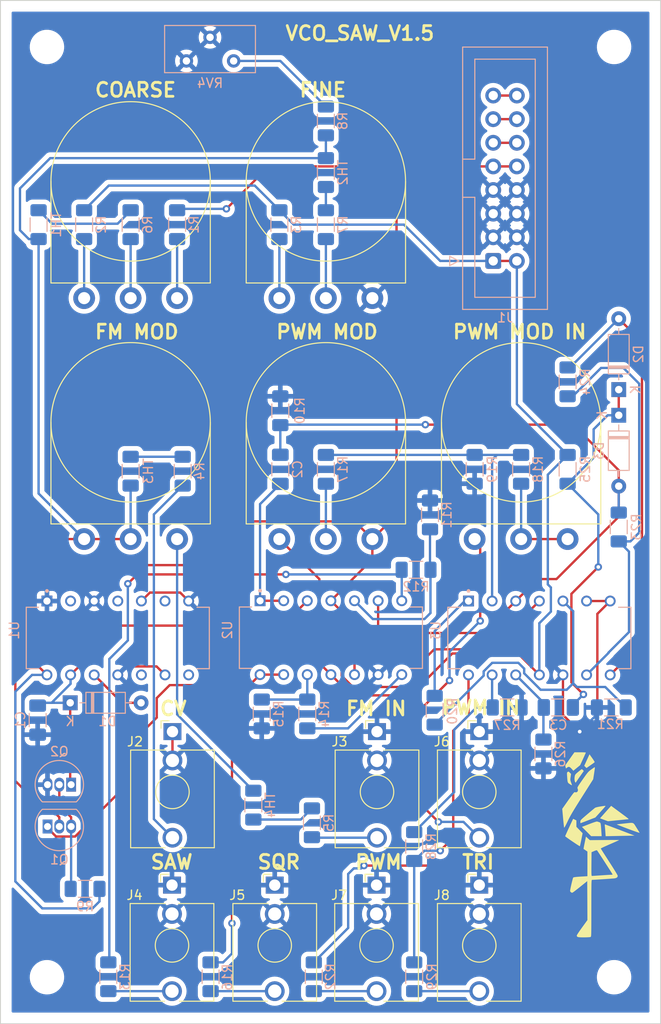
<source format=kicad_pcb>
(kicad_pcb (version 20221018) (generator pcbnew)
  (layers (0 "F.Cu" signal) (31 "B.Cu" signal) (34 "B.Paste" user) (35 "F.Paste" user) (36 "B.SilkS" user "B.Silkscreen") (37 "F.SilkS" user "F.Silkscreen") (38 "B.Mask" user) (39 "F.Mask" user) (44 "Edge.Cuts" user))
  (net 0 "")
  (net 1 "Net-(D1-K)")
  (net 2 "GND")
  (net 3 "Net-(U2-1IN-)")
  (net 4 "/BASE_SAW")
  (net 5 "Net-(D2-K)")
  (net 6 "/TRI_NO_AJUST")
  (net 7 "Net-(D1-A)")
  (net 8 "Net-(D2-A)")
  (net 9 "-12V")
  (net 10 "+12V")
  (net 11 "+5V")
  (net 12 "/CV")
  (net 13 "/GATE")
  (net 14 "Net-(J2-PadT)")
  (net 15 "Net-(J3-PadT)")
  (net 16 "/SAW_OUT")
  (net 17 "/SQR_OUT")
  (net 18 "Net-(J6-PadT)")
  (net 19 "/TRI_OUT")
  (net 20 "/VCO_CONTROL")
  (net 21 "Net-(Q1-E)")
  (net 22 "Net-(R1-Pad2)")
  (net 23 "Net-(R2-Pad1)")
  (net 24 "Net-(R3-Pad1)")
  (net 25 "Net-(R4-Pad2)")
  (net 26 "Net-(R5-Pad2)")
  (net 27 "Net-(R6-Pad1)")
  (net 28 "Net-(R6-Pad2)")
  (net 29 "Net-(R7-Pad1)")
  (net 30 "Net-(R7-Pad2)")
  (net 31 "Net-(R8-Pad1)")
  (net 32 "Net-(U2-2IN+)")
  (net 33 "Net-(U2-2OUT)")
  (net 34 "Net-(U2-3OUT)")
  (net 35 "Net-(U2-4IN+)")
  (net 36 "Net-(U2-4IN-)")
  (net 37 "Net-(R17-Pad1)")
  (net 38 "Net-(U3-1IN-)")
  (net 39 "Net-(R18-Pad1)")
  (net 40 "/PWM_NO_AJUST")
  (net 41 "Net-(U3-2IN+)")
  (net 42 "Net-(U3-2IN-)")
  (net 43 "Net-(U3-3IN-)")
  (net 44 "Net-(U3-4IN-)")
  (net 45 "Net-(U3-4OUT)")
  (net 46 "Net-(RV3-Pad1)")
  (net 52 "/PWM_OUT")
  (footprint "Potentiometer_THT:Potentiometer_Omeg_PC16BU_Vertical" (layer "F.Cu") (at 147.38 94.47 90)
    (fp_text reference "RV5" hide)
    (fp_text value "100k")
  )
  (footprint "MountingHole:MountingHole_3.2mm_M3" (layer "F.Cu") (at 173.38 141.57)
    (fp_text reference "REF**" hide)
    (fp_text value "MountingHole_3.2mm_M3" hide)
  )
  (footprint "Connector_Audio:Jack_3.5mm_QingPu_WQP-PJ398SM_Vertical_CircularHoles" (layer "F.Cu") (at 147.88 115.17)
    (fp_text reference "J3")
    (fp_text value "AudioJack2_SwitchT" hide)
  )
  (footprint "Connector_Audio:Jack_3.5mm_QingPu_WQP-PJ398SM_Vertical_CircularHoles" (layer "F.Cu") (at 147.83 131.67)
    (fp_text reference "J7")
    (fp_text value "AudioJack2_SwitchT" hide)
  )
  (footprint "MountingHole:MountingHole_3.2mm_M3" (layer "F.Cu") (at 173.38 41.57)
    (fp_text reference "REF**" hide)
    (fp_text value "MountingHole_3.2mm_M3" hide)
  )
  (footprint "Potentiometer_THT:Potentiometer_Omeg_PC16BU_Vertical" (layer "F.Cu") (at 168.38 94.47 90)
    (fp_text reference "RV6" hide)
    (fp_text value "250k")
  )
  (footprint "Potentiometer_THT:Potentiometer_Omeg_PC16BU_Vertical" (layer "F.Cu") (at 126.38 68.57 90)
    (fp_text reference "RV1" hide)
    (fp_text value "100k")
  )
  (footprint "MountingHole:MountingHole_3.2mm_M3" (layer "F.Cu") (at 112.38 41.57)
    (fp_text reference "REF**" hide)
    (fp_text value "MountingHole_3.2mm_M3" hide)
  )
  (footprint "Connector_Audio:Jack_3.5mm_QingPu_WQP-PJ398SM_Vertical_CircularHoles" (layer "F.Cu") (at 125.83 131.67)
    (fp_text reference "J4")
    (fp_text value "AudioJack2_SwitchT" hide)
  )
  (footprint "Connector_Audio:Jack_3.5mm_QingPu_WQP-PJ398SM_Vertical_CircularHoles" (layer "F.Cu") (at 125.88 115.17)
    (fp_text reference "J2")
    (fp_text value "AudioJack2_SwitchT" hide)
  )
  (footprint "Potentiometer_THT:Potentiometer_Omeg_PC16BU_Vertical" (layer "F.Cu") (at 147.38 68.57 90)
    (fp_text reference "RV2" hide)
    (fp_text value "100k")
  )
  (footprint "Connector_Audio:Jack_3.5mm_QingPu_WQP-PJ398SM_Vertical_CircularHoles" (layer "F.Cu") (at 158.88 131.67)
    (fp_text reference "J8")
    (fp_text value "AudioJack2_SwitchT" hide)
  )
  (footprint "MountingHole:MountingHole_3.2mm_M3" (layer "F.Cu") (at 112.38 141.57)
    (fp_text reference "REF**" hide)
    (fp_text value "MountingHole_3.2mm_M3" hide)
  )
  (footprint "Potentiometer_THT:Potentiometer_Omeg_PC16BU_Vertical" (layer "F.Cu") (at 126.38 94.47 90)
    (fp_text reference "RV3" hide)
    (fp_text value "1M")
  )
  (footprint "Connector_Audio:Jack_3.5mm_QingPu_WQP-PJ398SM_Vertical_CircularHoles" (layer "F.Cu") (at 158.88 115.17)
    (fp_text reference "J6")
    (fp_text value "AudioJack2_SwitchT" hide)
  )
  (footprint "Connector_Audio:Jack_3.5mm_QingPu_WQP-PJ398SM_Vertical_CircularHoles" (layer "F.Cu") (at 136.88 131.67)
    (fp_text reference "J5")
    (fp_text value "AudioJack2_SwitchT" hide)
  )
  (footprint "Resistor_SMD:R_1206_3216Metric_Pad1.30x1.75mm_HandSolder" (layer "B.Cu") (at 151.88 141.52 -90)
    (fp_text reference "R29")
    (fp_text value "1k")
  )
  (footprint "Resistor_SMD:R_1206_3216Metric_Pad1.30x1.75mm_HandSolder" (layer "B.Cu") (at 142.38 60.67 90)
    (fp_text reference "R7")
    (fp_text value "1M")
  )
  (footprint "Resistor_SMD:R_1206_3216Metric_Pad1.30x1.75mm_HandSolder" (layer "B.Cu") (at 118.98 141.52 -90)
    (fp_text reference "R13")
    (fp_text value "1k")
  )
  (footprint "Resistor_SMD:R_1206_3216Metric_Pad1.30x1.75mm_HandSolder" (layer "B.Cu") (at 126.98 87.17 90)
    (fp_text reference "R4")
    (fp_text value "100K")
  )
  (footprint "Resistor_SMD:R_1206_3216Metric_Pad1.30x1.75mm_HandSolder" (layer "B.Cu") (at 142.38 49.52 -90)
    (fp_text reference "R8")
    (fp_text value "1k5")
  )
  (footprint "Resistor_SMD:R_1206_3216Metric_Pad1.30x1.75mm_HandSolder" (layer "B.Cu") (at 137.38 60.67 90)
    (fp_text reference "R3")
    (fp_text value "100k")
  )
  (footprint "Potentiometer_THT:Potentiometer_Bourns_3296Y_Vertical" (layer "B.Cu") (at 132.46 43.07)
    (fp_text reference "RV4")
    (fp_text value "1k")
  )
  (footprint "Resistor_SMD:R_1206_3216Metric_Pad1.30x1.75mm_HandSolder" (layer "B.Cu") (at 135.48 113.27 90)
    (fp_text reference "R15")
    (fp_text value "68k")
  )
  (footprint "Capacitor_SMD:C_1206_3216Metric_Pad1.33x1.80mm_HandSolder" (layer "B.Cu") (at 167.38 112.57 180)
    (fp_text reference "C3")
    (fp_text value "1u")
  )
  (footprint "Resistor_SMD:R_1206_3216Metric_Pad1.30x1.75mm_HandSolder" (layer "B.Cu") (at 161.88 112.57 180)
    (fp_text reference "R27")
    (fp_text value "10k")
  )
  (footprint "Resistor_SMD:R_1206_3216Metric_Pad1.30x1.75mm_HandSolder" (layer "B.Cu") (at 134.58 123.07 90)
    (fp_text reference "TH4")
    (fp_text value "10k")
  )
  (footprint "Resistor_SMD:R_1206_3216Metric_Pad1.30x1.75mm_HandSolder" (layer "B.Cu") (at 154.08 112.87 -90)
    (fp_text reference "R20")
    (fp_text value "100k")
  )
  (footprint "Resistor_SMD:R_1206_3216Metric_Pad1.30x1.75mm_HandSolder" (layer "B.Cu") (at 165.78 117.57 90)
    (fp_text reference "R26")
    (fp_text value "100k")
  )
  (footprint "Diode_THT:D_DO-35_SOD27_P7.62mm_Horizontal" (layer "B.Cu") (at 173.88 78.4 90)
    (fp_text reference "D2")
    (fp_text value "1N4148")
  )
  (footprint "Connector_IDC:IDC-Header_2x08_P2.54mm_Vertical" (layer "B.Cu") (at 160.38 64.57)
    (fp_text reference "J1")
    (fp_text value "Conn_02x08_Odd_Even")
  )
  (footprint "CD40106:DIP794W45P254L1969H508Q14" (layer "B.Cu") (at 120 105.1 -90)
    (fp_text reference "U1")
    (fp_text value "CD40106BE")
  )
  (footprint "Resistor_SMD:R_1206_3216Metric_Pad1.30x1.75mm_HandSolder" (layer "B.Cu") (at 121.38 87.17 -90)
    (fp_text reference "TH3")
    (fp_text value "10K")
  )
  (footprint "Package_TO_SOT_THT:TO-92_Inline" (layer "B.Cu") (at 114.98 120.87 180)
    (fp_text reference "Q2")
    (fp_text value "BC548")
  )
  (footprint "Diode_THT:D_DO-35_SOD27_P7.62mm_Horizontal" (layer "B.Cu") (at 173.88 81.16 -90)
    (fp_text reference "D3")
    (fp_text value "1N4148")
  )
  (footprint "TL074:DIP794W45P254L1969H508Q14" (layer "B.Cu") (at 142.92 105.07 -90)
    (fp_text reference "U2")
    (fp_text value "TL074CN")
  )
  (footprint "Resistor_SMD:R_1206_3216Metric_Pad1.30x1.75mm_HandSolder" (layer "B.Cu") (at 121.38 60.67 90)
    (fp_text reference "R6")
    (fp_text value "100k")
  )
  (footprint "Resistor_SMD:R_1206_3216Metric_Pad1.30x1.75mm_HandSolder" (layer "B.Cu") (at 116.38 60.67 90)
    (fp_text reference "R2")
    (fp_text value "33k")
  )
  (footprint "Resistor_SMD:R_1206_3216Metric_Pad1.30x1.75mm_HandSolder" (layer "B.Cu") (at 142.38 55.07 90)
    (fp_text reference "TH2")
    (fp_text value "10k")
  )
  (footprint "Resistor_SMD:R_1206_3216Metric_Pad1.30x1.75mm_HandSolder" (layer "B.Cu") (at 129.98 141.52 -90)
    (fp_text reference "R16")
    (fp_text value "1k")
  )
  (footprint "Resistor_SMD:R_1206_3216Metric_Pad1.30x1.75mm_HandSolder" (layer "B.Cu") (at 168.38 86.97 -90)
    (fp_text reference "R25")
    (fp_text value "10k")
  )
  (footprint "TL074:DIP794W45P254L1969H508Q14" (layer "B.Cu") (at 165.34 105.1 -90)
    (fp_text reference "U3")
    (fp_text value "TL074CN")
  )
  (footprint "Resistor_SMD:R_1206_3216Metric_Pad1.30x1.75mm_HandSolder" (layer "B.Cu") (at 152.08 97.77)
    (fp_text reference "R12")
    (fp_text value "100k")
  )
  (footprint "Resistor_SMD:R_1206_3216Metric_Pad1.30x1.75mm_HandSolder" (layer "B.Cu") (at 151.88 127.52 90)
    (fp_text reference "R28")
    (fp_text value "10k")
  )
  (footprint "Diode_THT:D_DO-35_SOD27_P7.62mm_Horizontal" (layer "B.Cu") (at 114.88 112.07)
    (fp_text reference "D1")
    (fp_text value "1N4148" hide)
  )
  (footprint "Resistor_SMD:R_1206_3216Metric_Pad1.30x1.75mm_HandSolder" (layer "B.Cu") (at 140.38 113.27 90)
    (fp_text reference "R14")
    (fp_text value "100k")
  )
  (footprint "Resistor_SMD:R_1206_3216Metric_Pad1.30x1.75mm_HandSolder" (layer "B.Cu") (at 163.38 86.97 90)
    (fp_text reference "R18")
    (fp_text value "68k")
  )
  (footprint "Resistor_SMD:R_1206_3216Metric_Pad1.30x1.75mm_HandSolder" (layer "B.Cu") (at 173.08 112.57 180)
    (fp_text reference "R21")
    (fp_text value "68k")
  )
  (footprint "Resistor_SMD:R_1206_3216Metric_Pad1.30x1.75mm_HandSolder" (layer "B.Cu") (at 140.88 124.97 90)
    (fp_text reference "R5")
    (fp_text value "100K")
  )
  (footprint "Capacitor_SMD:C_1206_3216Metric_Pad1.33x1.80mm_HandSolder" (layer "B.Cu") (at 111.38 113.9325 -90)
    (fp_text reference "C1")
    (fp_text value "2.2n")
  )
  (footprint "Resistor_SMD:R_1206_3216Metric_Pad1.30x1.75mm_HandSolder" (layer "B.Cu") (at 111.48 60.67 -90)
    (fp_text reference "TH1")
    (fp_text value "10k")
  )
  (footprint "Package_TO_SOT_THT:TO-92_Inline" (layer "B.Cu") (at 112.44 125.37)
    (fp_text reference "Q1")
    (fp_text value "BC558")
  )
  (footprint "Resistor_SMD:R_1206_3216Metric_Pad1.30x1.75mm_HandSolder" (layer "B.Cu") (at 126.38 60.67 -90)
    (fp_text reference "R1")
    (fp_text value "100k")
  )
  (footprint "Resistor_SMD:R_1206_3216Metric_Pad1.30x1.75mm_HandSolder" (layer "B.Cu") (at 168.38 77.57 -90)
    (fp_text reference "R24")
    (fp_text value "10k")
  )
  (footprint "Resistor_SMD:R_1206_3216Metric_Pad1.30x1.75mm_HandSolder" (layer "B.Cu") (at 153.58 91.87 -90)
    (fp_text reference "R11")
    (fp_text value "47k")
  )
  (footprint "Resistor_SMD:R_1206_3216Metric_Pad1.30x1.75mm_HandSolder" (layer "B.Cu") (at 116.48 132.07 180)
    (fp_text reference "R9")
    (fp_text value "1M")
  )
  (footprint "Capacitor_SMD:C_1206_3216Metric_Pad1.33x1.80mm_HandSolder" (layer "B.Cu") (at 137.48 86.97 90)
    (fp_text reference "C2")
    (fp_text value "1u")
  )
  (footprint "Resistor_SMD:R_1206_3216Metric_Pad1.30x1.75mm_HandSolder" (layer "B.Cu") (at 158.38 86.97 -90)
    (fp_text reference "R19")
    (fp_text value "14k")
  )
  (footprint "Resistor_SMD:R_1206_3216Metric_Pad1.30x1.75mm_HandSolder" (layer "B.Cu") (at 141.08 141.52 -90)
    (fp_text reference "R22")
    (fp_text value "1k")
  )
  (footprint "Resistor_SMD:R_1206_3216Metric_Pad1.30x1.75mm_HandSolder" (layer "B.Cu") (at 173.88 93.17 -90)
    (fp_text reference "R23")
    (fp_text value "10k")
  )
  (footprint "Resistor_SMD:R_1206_3216Metric_Pad1.30x1.75mm_HandSolder" (layer "B.Cu") (at 142.38 86.97 90)
    (fp_text reference "R17")
    (fp_text value "100k")
  )
  (footprint "Resistor_SMD:R_1206_3216Metric_Pad1.30x1.75mm_HandSolder" (layer "B.Cu") (at 137.48 80.67 -90)
    (fp_text reference "R10")
    (fp_text value "100k")
  )
  (gr_poly (pts (xy 171.541562 124.830636) (xy 171.547223 124.831445) (xy 171.591938 124.84388) (xy 171.65094 124.861078) (xy 171.683319 124.870967) (xy 171.716292 124.881451) (xy 171.748869 124.892332) (xy 171.780057 124.903412) (xy 171.834685 124.923512) (xy 171.857048 124.935456) (xy 171.876564 124.950706) (xy 171.893575 124.970792) (xy 171.908421 124.997247) (xy 171.921445 125.031603) (xy 171.932986 125.07539) (xy 171.943387 125.130141) (xy 171.952987 125.197388) (xy 171.971152 125.375494) (xy 171.990211 125.621961) (xy 172.01289 125.949044) (xy 172.042524 126.406245) (xy 170.912223 126.406245) (xy 170.416924 125.906711) (xy 169.921624 125.411411) (xy 170.69209 125.110845) (xy 170.854371 125.048486) (xy 171.006085 124.992179) (xy 171.144602 124.942818) (xy 171.267294 124.901295) (xy 171.371532 124.868503) (xy 171.415908 124.85566) (xy 171.454685 124.845335) (xy 171.487534 124.83764) (xy 171.514125 124.832685) (xy 171.534131 124.830583)) (fill solid) (layer "F.SilkS"))
  (gr_poly (pts (xy 171.292137 118.998547) (xy 171.298358 119.001012) (xy 171.303351 119.006144) (xy 171.307048 119.014779) (xy 171.30938 119.027755) (xy 171.310281 119.045909) (xy 171.307511 119.101099) (xy 171.298192 119.187047) (xy 171.28178 119.310451) (xy 171.22549 119.696412) (xy 171.132356 120.289078) (xy 169.925857 122.194078) (xy 169.587372 122.728975) (xy 169.306335 123.1776) (xy 169.074709 123.553697) (xy 168.884457 123.871007) (xy 168.727543 124.143271) (xy 168.595929 124.384232) (xy 168.481579 124.607631) (xy 168.376457 124.827211) (xy 168.333438 124.917412) (xy 168.293254 125.000736) (xy 168.25586 125.077252) (xy 168.221213 125.147026) (xy 168.189269 125.210129) (xy 168.159986 125.266626) (xy 168.13332 125.316588) (xy 168.109228 125.360082) (xy 168.087665 125.397177) (xy 168.068589 125.427939) (xy 168.051957 125.452439) (xy 168.044543 125.462362) (xy 168.037724 125.470744) (xy 168.031494 125.477595) (xy 168.025848 125.482922) (xy 168.02078 125.486735) (xy 168.016284 125.489041) (xy 168.012357 125.48985) (xy 168.008991 125.48917) (xy 168.006182 125.48701) (xy 168.003923 125.483377) (xy 167.997276 125.449387) (xy 167.987255 125.378933) (xy 167.959473 125.146299) (xy 167.925342 124.820796) (xy 167.889623 124.437745) (xy 167.800723 123.464078) (xy 167.92349 123.294745) (xy 168.319265 122.732158) (xy 168.477884 122.507091) (xy 168.613193 122.315919) (xy 168.727343 122.155951) (xy 168.777156 122.086828) (xy 168.822487 122.024497) (xy 168.863603 121.968621) (xy 168.900775 121.918864) (xy 168.934272 121.87489) (xy 168.964361 121.836362) (xy 168.991313 121.802943) (xy 169.015396 121.774298) (xy 169.036879 121.75009) (xy 169.04673 121.739545) (xy 169.056031 121.729982) (xy 169.064817 121.721361) (xy 169.073121 121.713639) (xy 169.080977 121.706774) (xy 169.088419 121.700723) (xy 169.095479 121.695446) (xy 169.102192 121.690899) (xy 169.108592 121.687041) (xy 169.114711 121.683829) (xy 169.120583 121.681222) (xy 169.126243 121.679178) (xy 169.131724 121.677654) (xy 169.137059 121.676609) (xy 169.142282 121.676) (xy 169.147426 121.675786) (xy 169.152526 121.675923) (xy 169.157615 121.676371) (xy 169.167893 121.67803) (xy 169.17853 121.680425) (xy 169.201957 121.686078) (xy 169.223471 121.690067) (xy 169.24434 121.692535) (xy 169.264539 121.693525) (xy 169.284044 121.693081) (xy 169.302829 121.691245) (xy 169.32087 121.688059) (xy 169.338143 121.683567) (xy 169.354621 121.67781) (xy 169.370281 121.670831) (xy 169.385098 121.662674) (xy 169.399047 121.65338) (xy 169.412102 121.642992) (xy 169.42424 121.631554) (xy 169.435435 121.619106) (xy 169.445663 121.605693) (xy 169.454898 121.591357) (xy 169.463117 121.57614) (xy 169.470294 121.560086) (xy 169.476404 121.543236) (xy 169.481423 121.525633) (xy 169.485326 121.50732) (xy 169.488087 121.48834) (xy 169.489683 121.468735) (xy 169.490088 121.448548) (xy 169.489278 121.427822) (xy 169.487227 121.406598) (xy 169.483912 121.384921) (xy 169.479306 121.362831) (xy 169.473386 121.340373) (xy 169.466127 121.317589) (xy 169.457503 121.29452) (xy 169.44749 121.271211) (xy 169.440693 121.253679) (xy 169.436568 121.235335) (xy 169.435705 121.215168) (xy 169.438693 121.192167) (xy 169.446121 121.165321) (xy 169.458578 121.13362) (xy 169.476653 121.096052) (xy 169.500936 121.051607) (xy 169.57048 120.938043) (xy 169.671923 120.784841) (xy 169.809977 120.583915) (xy 169.989356 120.327178) (xy 170.172779 120.066357) (xy 170.250103 119.957536) (xy 170.319292 119.861445) (xy 170.381436 119.77684) (xy 170.437627 119.702472) (xy 170.488956 119.637096) (xy 170.536515 119.579465) (xy 170.581395 119.528334) (xy 170.624687 119.482454) (xy 170.667484 119.440581) (xy 170.710875 119.401467) (xy 170.755954 119.363866) (xy 170.80381 119.326532) (xy 170.855536 119.288218) (xy 170.912223 119.247678) (xy 170.980841 119.198226) (xy 171.046036 119.152097) (xy 171.10637 119.110235) (xy 171.160402 119.073582) (xy 171.206696 119.043081) (xy 171.243812 119.019674) (xy 171.258479 119.010925) (xy 171.270312 119.004303) (xy 171.279131 118.999926) (xy 171.284757 118.997912)) (fill solid) (layer "F.SilkS"))
  (gr_poly (pts (xy 169.902936 119.209701) (xy 169.905605 119.210066) (xy 169.911478 119.211497) (xy 169.918009 119.21382) (xy 169.925129 119.216987) (xy 169.93277 119.220947) (xy 169.940864 119.225652) (xy 169.949342 119.231051) (xy 169.958136 119.237095) (xy 169.967178 119.243734) (xy 169.976401 119.250919) (xy 169.985734 119.2586) (xy 169.995112 119.266728) (xy 170.004464 119.275252) (xy 170.013723 119.284124) (xy 170.022821 119.293293) (xy 170.03169 119.302711) (xy 170.120591 119.400078) (xy 169.718423 119.971578) (xy 169.560401 120.198194) (xy 169.425794 120.393853) (xy 169.328494 120.537125) (xy 169.28239 120.606578) (xy 169.275579 120.616252) (xy 169.269376 120.624636) (xy 169.263694 120.63173) (xy 169.261021 120.634793) (xy 169.258445 120.637534) (xy 169.255957 120.639953) (xy 169.253544 120.642049) (xy 169.251197 120.643822) (xy 169.248904 120.645273) (xy 169.246654 120.646402) (xy 169.244437 120.647208) (xy 169.242242 120.647692) (xy 169.240057 120.647853) (xy 169.237872 120.647692) (xy 169.235677 120.647208) (xy 169.23346 120.646402) (xy 169.23121 120.645273) (xy 169.228917 120.643822) (xy 169.226569 120.642049) (xy 169.224157 120.639953) (xy 169.221668 120.637534) (xy 169.219093 120.634793) (xy 169.21642 120.63173) (xy 169.210738 120.624636) (xy 169.204534 120.616252) (xy 169.197723 120.606578) (xy 169.184779 120.584529) (xy 169.172952 120.559763) (xy 169.162265 120.532443) (xy 169.152744 120.502729) (xy 169.144414 120.470783) (xy 169.137299 120.436765) (xy 169.131424 120.400838) (xy 169.126815 120.363161) (xy 169.123495 120.323898) (xy 169.12149 120.283208) (xy 169.120824 120.241253) (xy 169.121523 120.198194) (xy 169.123611 120.154193) (xy 169.127113 120.10941) (xy 169.132053 120.064007) (xy 169.138457 120.018145) (xy 169.152215 119.94264) (xy 169.159441 119.910356) (xy 169.167561 119.880826) (xy 169.177069 119.85338) (xy 169.188463 119.827347) (xy 169.202238 119.802059) (xy 169.21889 119.776845) (xy 169.238916 119.751035) (xy 169.262811 119.723961) (xy 169.291072 119.694952) (xy 169.324194 119.663338) (xy 169.362675 119.62845) (xy 169.407009 119.589619) (xy 169.515224 119.497444) (xy 169.584214 119.440104) (xy 169.650426 119.386386) (xy 169.712272 119.337529) (xy 169.768165 119.294774) (xy 169.816518 119.259361) (xy 169.83737 119.244796) (xy 169.855742 119.232531) (xy 169.871435 119.222722) (xy 169.884251 119.215523) (xy 169.893991 119.21109) (xy 169.897645 119.20996) (xy 169.900457 119.209578)) (fill solid) (layer "F.SilkS"))
  (gr_poly (pts (xy 175.25139 124.977387) (xy 175.289572 124.979537) (xy 175.324473 124.983463) (xy 175.356435 124.989274) (xy 175.385799 124.997074) (xy 175.412905 125.00697) (xy 175.438095 125.019068) (xy 175.46171 125.033475) (xy 175.484091 125.050297) (xy 175.505579 125.069639) (xy 175.526515 125.091608) (xy 175.547241 125.11631) (xy 175.568096 125.143852) (xy 175.611562 125.207878) (xy 175.659642 125.284536) (xy 175.780556 125.479145) (xy 175.845818 125.58234) (xy 175.907359 125.680823) (xy 176.01392 125.854323) (xy 176.056262 125.924678) (xy 176.089525 125.980993) (xy 176.11237 126.020936) (xy 176.123457 126.042178) (xy 176.122999 126.044328) (xy 176.119297 126.045239) (xy 176.10248 126.043451) (xy 176.033432 126.026171) (xy 175.921423 125.992023) (xy 175.771561 125.942695) (xy 175.378722 125.805244) (xy 174.895791 125.627312) (xy 174.412793 125.444154) (xy 174.01949 125.292349) (xy 173.869124 125.233041) (xy 173.756362 125.187375) (xy 173.686264 125.157287) (xy 173.668795 125.148689) (xy 173.66389 125.144711) (xy 173.682022 125.140015) (xy 173.727986 125.132541) (xy 173.890903 125.110845) (xy 174.127639 125.082799) (xy 174.413191 125.051578) (xy 174.786914 125.011436) (xy 174.934312 124.99587) (xy 175.059038 124.98444) (xy 175.163821 124.977996) (xy 175.209587 124.976909)) (fill solid) (layer "F.SilkS"))
  (gr_poly (pts (xy 172.403875 125.13992) (xy 172.406591 125.140478) (xy 174.147548 125.797704) (xy 175.577357 126.346979) (xy 175.115924 126.359149) (xy 174.01949 126.380845) (xy 172.470091 126.410479) (xy 172.440457 125.995611) (xy 172.428882 125.816488) (xy 172.414528 125.635778) (xy 172.399381 125.474118) (xy 172.39213 125.406881) (xy 172.385424 125.352146) (xy 172.382545 125.325258) (xy 172.380256 125.300163) (xy 172.378549 125.276866) (xy 172.37742 125.255374) (xy 172.376861 125.235692) (xy 172.376866 125.217828) (xy 172.377078 125.209579) (xy 172.377429 125.201786) (xy 172.377918 125.194451) (xy 172.378544 125.187574) (xy 172.379307 125.181156) (xy 172.380205 125.175198) (xy 172.381238 125.1697) (xy 172.382406 125.164663) (xy 172.383706 125.160088) (xy 172.38514 125.155976) (xy 172.386704 125.152328) (xy 172.3884 125.149144) (xy 172.390227 125.146424) (xy 172.392182 125.144171) (xy 172.394266 125.142385) (xy 172.396479 125.141065) (xy 172.398818 125.140214) (xy 172.401284 125.139832)) (fill solid) (layer "F.SilkS"))
  (gr_poly (pts (xy 168.982799 124.545306) (xy 168.994656 124.550259) (xy 169.034741 124.568449) (xy 169.0907 124.595371) (xy 169.1224 124.611238) (xy 169.15539 124.628245) (xy 169.324724 124.712912) (xy 169.324724 125.398711) (xy 169.659157 125.745844) (xy 169.99359 126.088745) (xy 169.858124 126.778778) (xy 169.800841 127.046999) (xy 169.75229 127.270374) (xy 169.732529 127.357678) (xy 169.716439 127.424692) (xy 169.704517 127.46839) (xy 169.700273 127.48055) (xy 169.697257 127.485745) (xy 169.690493 127.485412) (xy 169.675338 127.479112) (xy 169.622115 127.450143) (xy 169.439817 127.337447) (xy 169.186479 127.172164) (xy 168.898215 126.978803) (xy 168.611142 126.781871) (xy 168.361375 126.605873) (xy 168.185031 126.475317) (xy 168.135678 126.434739) (xy 168.118223 126.414711) (xy 168.126864 126.388195) (xy 168.151627 126.3272) (xy 168.242578 126.117849) (xy 168.377184 125.818804) (xy 168.541557 125.462211) (xy 168.706723 125.106148) (xy 168.843711 124.813982) (xy 168.93863 124.616273) (xy 168.965973 124.562389) (xy 168.973856 124.548361) (xy 168.97759 124.543578)) (fill solid) (layer "F.SilkS"))
  (gr_poly (pts (xy 170.560857 126.643312) (xy 170.76829 126.833812) (xy 172.347323 126.821111) (xy 172.961818 126.817077) (xy 173.462807 126.817407) (xy 173.654613 126.819086) (xy 173.798696 126.821707) (xy 173.888604 126.825221) (xy 173.911228 126.827298) (xy 173.91789 126.829579) (xy 173.894946 126.842775) (xy 173.835142 126.871647) (xy 173.621028 126.969278) (xy 173.307695 127.108185) (xy 172.927291 127.274078) (xy 172.730912 127.359878) (xy 172.547679 127.441361) (xy 172.381612 127.516594) (xy 172.236728 127.583641) (xy 172.117045 127.640567) (xy 172.026582 127.685439) (xy 171.993564 127.702749) (xy 171.969358 127.716321) (xy 171.954466 127.725911) (xy 171.95067 127.729137) (xy 171.94939 127.731278) (xy 171.96801 127.767418) (xy 172.021357 127.856095) (xy 172.217149 128.16784) (xy 172.859556 129.166379) (xy 173.053025 129.466565) (xy 173.228584 129.742244) (xy 173.383804 129.989547) (xy 173.516253 130.204604) (xy 173.6235 130.383544) (xy 173.703114 130.5225) (xy 173.7318 130.575774) (xy 173.752666 130.617601) (xy 173.765408 130.647497) (xy 173.769723 130.664977) (xy 173.76813 130.695836) (xy 173.76613 130.7106) (xy 173.763324 130.724922) (xy 173.759705 130.738804) (xy 173.755268 130.752246) (xy 173.750011 130.765252) (xy 173.743926 130.777822) (xy 173.737011 130.789958) (xy 173.729261 130.801662) (xy 173.72067 130.812934) (xy 173.711234 130.823777) (xy 173.700949 130.834192) (xy 173.689809 130.844181) (xy 173.664949 130.862886) (xy 173.636615 130.879904) (xy 173.604773 130.895248) (xy 173.569383 130.90893) (xy 173.530408 130.920962) (xy 173.487812 130.931358) (xy 173.441558 130.940128) (xy 173.391607 130.947286) (xy 173.337924 130.952845) (xy 172.878144 130.987373) (xy 172.117136 131.03857) (xy 171.382322 131.085005) (xy 171.001124 131.105245) (xy 170.989899 131.109013) (xy 170.979982 131.122485) (xy 170.963751 131.191566) (xy 170.951787 131.338533) (xy 170.943444 131.589433) (xy 170.935044 132.507206) (xy 170.93339 134.153245) (xy 170.933233 135.136313) (xy 170.93286 135.53678) (xy 170.932133 135.882099) (xy 170.930936 136.176445) (xy 170.929149 136.42399) (xy 170.927997 136.531517) (xy 170.926655 136.628909) (xy 170.925106 136.716688) (xy 170.923336 136.795374) (xy 170.921331 136.865491) (xy 170.919075 136.92756) (xy 170.916554 136.982101) (xy 170.913753 137.029638) (xy 170.910658 137.070691) (xy 170.907253 137.105783) (xy 170.903525 137.135435) (xy 170.901534 137.148384) (xy 170.899457 137.160169) (xy 170.897292 137.170854) (xy 170.895036 137.180505) (xy 170.892689 137.189188) (xy 170.890247 137.196967) (xy 170.88771 137.203908) (xy 170.885076 137.210076) (xy 170.882341 137.215536) (xy 170.879506 137.220353) (xy 170.876567 137.224593) (xy 170.873524 137.22832) (xy 170.870374 137.231601) (xy 170.867115 137.234499) (xy 170.863746 137.237081) (xy 170.860264 137.239411) (xy 170.852957 137.243579) (xy 170.841154 137.247542) (xy 170.823423 137.251475) (xy 170.771465 137.259123) (xy 170.699664 137.266275) (xy 170.610598 137.272682) (xy 170.506849 137.278098) (xy 170.390994 137.282273) (xy 170.265615 137.28496) (xy 170.13329 137.285911) (xy 170.014459 137.285581) (xy 169.908328 137.284464) (xy 169.814203 137.282367) (xy 169.771425 137.280891) (xy 169.731388 137.279098) (xy 169.694005 137.276964) (xy 169.65919 137.274465) (xy 169.626855 137.271577) (xy 169.596914 137.268275) (xy 169.569279 137.264537) (xy 169.543865 137.260337) (xy 169.520583 137.255652) (xy 169.499348 137.250457) (xy 169.480073 137.24473) (xy 169.462671 137.238445) (xy 169.447054 137.231578) (xy 169.433136 137.224107) (xy 169.420831 137.216005) (xy 169.410052 137.207251) (xy 169.40071 137.197819) (xy 169.392721 137.187685) (xy 169.385997 137.176826) (xy 169.380451 137.165217) (xy 169.375997 137.152835) (xy 169.372547 137.139655) (xy 169.370015 137.125653) (xy 169.368313 137.110806) (xy 169.367356 137.095089) (xy 169.367057 137.078478) (xy 169.370033 137.066547) (xy 169.378764 137.046927) (xy 169.4123 136.986404) (xy 169.465283 136.90048) (xy 169.535332 136.792729) (xy 169.620064 136.666721) (xy 169.7171 136.526029) (xy 169.824058 136.374225) (xy 169.938556 136.214879) (xy 170.510057 135.427478) (xy 170.50159 133.336212) (xy 170.48889 131.240712) (xy 169.832723 131.769879) (xy 169.565825 131.982206) (xy 169.323136 132.173103) (xy 169.132041 132.321138) (xy 169.064398 132.372385) (xy 169.019923 132.404879) (xy 168.99293 132.422794) (xy 168.968875 132.438464) (xy 168.947425 132.451927) (xy 168.928245 132.463219) (xy 168.919401 132.468063) (xy 168.911 132.472378) (xy 168.902998 132.476169) (xy 168.895354 132.479441) (xy 168.888027 132.482198) (xy 168.880974 132.484446) (xy 168.874153 132.486187) (xy 168.867523 132.487428) (xy 168.861042 132.488173) (xy 168.854668 132.488427) (xy 168.848359 132.488194) (xy 168.842074 132.487478) (xy 168.83577 132.486285) (xy 168.829405 132.484619) (xy 168.822938 132.482485) (xy 168.816327 132.479888) (xy 168.809529 132.476831) (xy 168.802504 132.473321) (xy 168.795209 132.469361) (xy 168.787603 132.464955) (xy 168.771288 132.454829) (xy 168.753223 132.442978) (xy 168.742268 132.435548) (xy 168.73166 132.427591) (xy 168.721449 132.419175) (xy 168.711684 132.410369) (xy 168.702415 132.40124) (xy 168.693692 132.391856) (xy 168.685564 132.382287) (xy 168.678082 132.3726) (xy 168.671293 132.362863) (xy 168.665249 132.353145) (xy 168.659999 132.343513) (xy 168.655592 132.334037) (xy 168.652078 132.324784) (xy 168.649507 132.315822) (xy 168.64859 132.311472) (xy 168.647927 132.30722) (xy 168.647525 132.303076) (xy 168.64739 132.299046) (xy 168.650682 132.254509) (xy 168.660032 132.188218) (xy 168.693758 132.00377) (xy 168.742268 131.772491) (xy 168.799261 131.52117) (xy 168.858437 131.276596) (xy 168.913495 131.065558) (xy 168.958135 130.914844) (xy 168.974579 130.870481) (xy 168.986056 130.851245) (xy 169.002115 130.843405) (xy 169.023445 130.835751) (xy 169.082762 130.82095) (xy 169.165692 130.806746) (xy 169.273923 130.793037) (xy 169.409142 130.779725) (xy 169.573035 130.766711) (xy 169.767289 130.753895) (xy 169.99359 130.741179) (xy 170.510057 130.711546) (xy 170.510057 130.108625) (xy 170.938682 130.108625) (xy 170.938857 130.172148) (xy 170.93919 130.230831) (xy 170.939691 130.284865) (xy 170.940368 130.334439) (xy 170.941232 130.379744) (xy 170.942291 130.420969) (xy 170.943554 130.458305) (xy 170.945032 130.491941) (xy 170.946732 130.522066) (xy 170.948666 130.548873) (xy 170.950841 130.572549) (xy 170.953267 130.593284) (xy 170.954577 130.602609) (xy 170.955954 130.61127) (xy 170.957397 130.619291) (xy 170.95891 130.626695) (xy 170.960492 130.633507) (xy 170.962145 130.63975) (xy 170.963871 130.645448) (xy 170.965669 130.650625) (xy 170.967542 130.655304) (xy 170.969491 130.659509) (xy 170.971516 130.663263) (xy 170.973619 130.666592) (xy 170.975801 130.669517) (xy 170.978064 130.672064) (xy 170.980407 130.674256) (xy 170.982834 130.676116) (xy 170.985344 130.677668) (xy 170.987939 130.678936) (xy 170.99062 130.679945) (xy 170.993388 130.680716) (xy 170.996245 130.681275) (xy 170.999191 130.681645) (xy 171.005356 130.681912) (xy 171.32709 130.662862) (xy 171.991723 130.618412) (xy 172.357378 130.594203) (xy 172.681757 130.573962) (xy 172.929936 130.560071) (xy 173.014537 130.556251) (xy 173.06699 130.554912) (xy 173.087581 130.554712) (xy 173.09725 130.554462) (xy 173.106504 130.55411) (xy 173.115346 130.553655) (xy 173.123777 130.553098) (xy 173.131801 130.552436) (xy 173.13942 130.55167) (xy 173.146635 130.550799) (xy 173.15345 130.549821) (xy 173.159866 130.548737) (xy 173.165887 130.547544) (xy 173.171513 130.546244) (xy 173.176748 130.544833) (xy 173.181594 130.543313) (xy 173.186053 130.541682) (xy 173.190127 130.539939) (xy 173.19382 130.538084) (xy 173.197132 130.536116) (xy 173.200068 130.534034) (xy 173.202627 130.531837) (xy 173.204815 130.529525) (xy 173.206631 130.527096) (xy 173.20808 130.52455) (xy 173.209162 130.521887) (xy 173.209881 130.519105) (xy 173.210239 130.516203) (xy 173.210238 130.513182) (xy 173.20988 130.510039) (xy 173.209168 130.506775) (xy 173.208104 130.503388) (xy 173.20669 130.499878) (xy 173.13565 130.382271) (xy 172.95904 130.101945) (xy 172.39389 129.221411) (xy 172.08188 128.740068) (xy 171.818686 128.339291) (xy 171.632486 128.059957) (xy 171.577064 127.978605) (xy 171.551457 127.942944) (xy 171.544588 127.93645) (xy 171.536591 127.93127) (xy 171.527328 127.927429) (xy 171.516664 127.924953) (xy 171.504462 127.923866) (xy 171.490586 127.924192) (xy 171.474899 127.925958) (xy 171.457265 127.929186) (xy 171.437547 127.933903) (xy 171.41561 127.940133) (xy 171.391316 127.947901) (xy 171.364529 127.957232) (xy 171.30293 127.980681) (xy 171.229724 128.010678) (xy 170.954556 128.129212) (xy 170.941856 129.403445) (xy 170.94043 129.615232) (xy 170.939376 129.802345) (xy 170.938768 129.966303) (xy 170.938682 130.108625) (xy 170.510057 130.108625) (xy 170.510057 128.061478) (xy 170.31109 127.926012) (xy 170.230326 127.871904) (xy 170.163453 127.826527) (xy 170.137085 127.808354) (xy 170.116423 127.793851) (xy 170.10221 127.783516) (xy 170.097754 127.780066) (xy 170.09519 127.777844) (xy 170.094336 127.773635) (xy 170.094909 127.762821) (xy 170.100085 127.722745) (xy 170.124823 127.578349) (xy 170.165437 127.366484) (xy 170.217957 127.108979) (xy 170.353424 126.448578)) (fill solid) (layer "F.SilkS"))
  (gr_poly (pts (xy 169.853336 117.389824) (xy 169.967462 117.391494) (xy 170.070972 117.394156) (xy 170.161336 117.397711) (xy 170.236023 117.40206) (xy 170.266697 117.404501) (xy 170.292503 117.407104) (xy 170.313125 117.409855) (xy 170.328247 117.412743) (xy 170.337552 117.415754) (xy 170.339924 117.417303) (xy 170.340724 117.418878) (xy 170.33439 117.439862) (xy 170.31625 117.485156) (xy 170.249707 117.637953) (xy 170.151414 117.855837) (xy 170.03169 118.117378) (xy 169.72689 118.777778) (xy 169.362824 119.074111) (xy 168.998756 119.374678) (xy 168.808257 119.163011) (xy 168.769767 119.121776) (xy 168.733504 119.08534) (xy 168.699212 119.053641) (xy 168.682727 119.039549) (xy 168.666638 119.026619) (xy 168.650916 119.014841) (xy 168.635528 119.00421) (xy 168.620442 118.994716) (xy 168.605627 118.986352) (xy 168.591051 118.979111) (xy 168.576681 118.972985) (xy 168.562487 118.967965) (xy 168.548436 118.964045) (xy 168.534497 118.961216) (xy 168.520637 118.95947) (xy 168.506826 118.958801) (xy 168.49303 118.9592) (xy 168.47922 118.960659) (xy 168.465362 118.96317) (xy 168.451425 118.966727) (xy 168.437377 118.971321) (xy 168.423187 118.976944) (xy 168.408822 118.983589) (xy 168.394251 118.991248) (xy 168.379441 118.999913) (xy 168.364363 119.009576) (xy 168.348982 119.02023) (xy 168.31719 119.044479) (xy 168.20289 119.133378) (xy 168.156324 118.968278) (xy 168.148939 118.942581) (xy 168.14269 118.919272) (xy 168.137618 118.898059) (xy 168.133768 118.87865) (xy 168.131183 118.860755) (xy 168.130379 118.852283) (xy 168.129907 118.844081) (xy 168.129773 118.836111) (xy 168.129982 118.828337) (xy 168.13054 118.820723) (xy 168.131453 118.813232) (xy 168.132725 118.805828) (xy 168.134362 118.798474) (xy 168.13637 118.791135) (xy 168.138754 118.783772) (xy 168.141519 118.776351) (xy 168.14467 118.768835) (xy 168.152156 118.75337) (xy 168.161254 118.737087) (xy 168.172008 118.719694) (xy 168.184461 118.700899) (xy 168.198657 118.680412) (xy 168.605057 118.108912) (xy 168.732917 117.924761) (xy 168.853236 117.753311) (xy 169.01569 117.524711) (xy 169.117291 117.389245) (xy 169.731123 117.389245)) (fill solid) (layer "F.SilkS"))
  (gr_poly (pts (xy 172.410519 123.151659) (xy 172.419906 123.152263) (xy 172.428153 123.153193) (xy 172.435297 123.154445) (xy 172.441372 123.156016) (xy 172.446415 123.157904) (xy 172.450461 123.160105) (xy 172.453546 123.162616) (xy 172.455705 123.165434) (xy 172.456975 123.168556) (xy 172.45739 123.171978) (xy 172.454559 123.177433) (xy 172.446253 123.188829) (xy 172.414329 123.228202) (xy 172.297053 123.364595) (xy 172.12342 123.561313) (xy 171.911291 123.798511) (xy 171.36519 124.399646) (xy 170.57779 124.704445) (xy 170.271072 124.823507) (xy 170.016344 124.920345) (xy 169.840198 124.985432) (xy 169.789902 125.003093) (xy 169.769223 125.009245) (xy 169.768045 125.009036) (xy 169.766892 125.008415) (xy 169.764667 125.005979) (xy 169.762554 125.002017) (xy 169.760558 124.996611) (xy 169.758686 124.98984) (xy 169.756945 124.981786) (xy 169.753877 124.962149) (xy 169.751405 124.938345) (xy 169.749578 124.911018) (xy 169.748446 124.880814) (xy 169.748057 124.848378) (xy 169.748472 124.820418) (xy 169.750389 124.79456) (xy 169.75481 124.769731) (xy 169.762741 124.74486) (xy 169.775187 124.718872) (xy 169.793152 124.690695) (xy 169.81764 124.659256) (xy 169.849657 124.623482) (xy 169.890206 124.582301) (xy 169.940293 124.53464) (xy 170.073097 124.415586) (xy 170.256106 124.257737) (xy 170.497357 124.052512) (xy 170.794352 123.802348) (xy 171.050865 123.587903) (xy 171.239117 123.432196) (xy 171.298962 123.383562) (xy 171.331324 123.358245) (xy 171.342193 123.351609) (xy 171.357154 123.344445) (xy 171.398263 123.32881) (xy 171.452469 123.311885) (xy 171.51759 123.294215) (xy 171.591442 123.276348) (xy 171.671842 123.258827) (xy 171.756608 123.2422) (xy 171.843556 123.227011) (xy 171.928585 123.21272) (xy 172.00606 123.199991) (xy 172.076268 123.1888) (xy 172.139493 123.179122) (xy 172.196021 123.170932) (xy 172.246137 123.164206) (xy 172.290126 123.158918) (xy 172.328273 123.155045) (xy 172.360865 123.15256) (xy 172.375166 123.151831) (xy 172.388185 123.15144) (xy 172.399958 123.151383)) (fill solid) (layer "F.SilkS"))
  (gr_poly (pts (xy 173.19399 123.243944) (xy 174.116857 123.925511) (xy 174.257275 124.028504) (xy 174.382152 124.120402) (xy 174.49222 124.20182) (xy 174.588212 124.273373) (xy 174.670859 124.335673) (xy 174.707407 124.363545) (xy 174.740893 124.389335) (xy 174.771409 124.413118) (xy 174.799046 124.434972) (xy 174.823895 124.454974) (xy 174.846049 124.473199) (xy 174.865598 124.489726) (xy 174.882634 124.50463) (xy 174.897248 124.517988) (xy 174.909532 124.529878) (xy 174.919578 124.540375) (xy 174.927476 124.549557) (xy 174.930649 124.553679) (xy 174.933319 124.557501) (xy 174.935498 124.561032) (xy 174.937198 124.564282) (xy 174.938429 124.567261) (xy 174.939203 124.569978) (xy 174.939533 124.572443) (xy 174.939428 124.574666) (xy 174.938901 124.576655) (xy 174.937963 124.578422) (xy 174.936625 124.579974) (xy 174.934899 124.581323) (xy 174.932796 124.582477) (xy 174.930328 124.583445) (xy 174.927507 124.584239) (xy 174.924342 124.584867) (xy 174.917032 124.585663) (xy 174.90849 124.585912) (xy 174.555007 124.61872) (xy 173.782424 124.695979) (xy 172.71139 124.801812) (xy 172.288057 124.645178) (xy 171.864723 124.488544) (xy 172.00019 124.336146) (xy 172.597091 123.663044) (xy 173.062758 123.146578)) (fill solid) (layer "F.SilkS"))
  (gr_poly (pts (xy 171.022291 118.011544) (xy 171.051935 118.053277) (xy 171.080458 118.094185) (xy 171.133614 118.17261) (xy 171.180718 118.244982) (xy 171.201675 118.278324) (xy 171.220728 118.309466) (xy 171.237747 118.338176) (xy 171.252602 118.364226) (xy 171.265162 118.387386) (xy 171.275298 118.407428) (xy 171.282879 118.42412) (xy 171.287775 118.437235) (xy 171.289175 118.442379) (xy 171.289855 118.446542) (xy 171.289799 118.449696) (xy 171.28899 118.451812) (xy 171.285112 118.457242) (xy 171.276819 118.465488) (xy 171.24798 118.48978) (xy 171.204456 118.523398) (xy 171.148232 118.565054) (xy 171.005621 118.667315) (xy 170.836023 118.786245) (xy 170.408457 119.082578) (xy 170.289924 118.964044) (xy 170.167157 118.845511) (xy 170.45079 118.223211) (xy 170.734423 117.605145)) (fill solid) (layer "F.SilkS"))
  (gr_poly (pts (xy 168.48 119.47) (xy 168.485892 119.470991) (xy 168.491815 119.472574) (xy 168.497813 119.474766) (xy 168.503928 119.47758) (xy 168.510205 119.481031) (xy 168.516686 119.485134) (xy 168.523415 119.489903) (xy 168.530436 119.495354) (xy 168.537792 119.501501) (xy 168.545525 119.508359) (xy 168.562302 119.524266) (xy 168.581112 119.543193) (xy 168.626223 119.590578) (xy 168.748991 119.717578) (xy 168.702424 120.043544) (xy 168.687425 120.146294) (xy 168.681867 120.190075) (xy 168.677685 120.229745) (xy 168.674942 120.266017) (xy 168.6737 120.299603) (xy 168.67402 120.331218) (xy 168.675965 120.361574) (xy 168.679597 120.391384) (xy 168.684977 120.421361) (xy 168.692169 120.452219) (xy 168.701233 120.484671) (xy 168.712232 120.51943) (xy 168.725227 120.557208) (xy 168.757457 120.644678) (xy 168.777243 120.69924) (xy 168.795094 120.750974) (xy 168.810663 120.798641) (xy 168.823603 120.840999) (xy 168.833566 120.876808) (xy 168.837323 120.89187) (xy 168.840205 120.904829) (xy 168.84217 120.915531) (xy 168.843174 120.923821) (xy 168.843173 120.929544) (xy 168.842782 120.931394) (xy 168.842123 120.932544) (xy 168.841047 120.933526) (xy 168.839416 120.934096) (xy 168.83455 120.934041) (xy 168.82765 120.932461) (xy 168.81884 120.929436) (xy 168.808245 120.925047) (xy 168.795987 120.919374) (xy 168.766982 120.904499) (xy 168.732818 120.885457) (xy 168.694486 120.862893) (xy 168.65298 120.837452) (xy 168.60929 120.809778) (xy 168.530949 120.756911) (xy 168.499074 120.733001) (xy 168.471508 120.709104) (xy 168.447838 120.683967) (xy 168.427646 120.656336) (xy 168.410517 120.62496) (xy 168.396036 120.588586) (xy 168.383788 120.545962) (xy 168.373356 120.495833) (xy 168.364326 120.436949) (xy 168.356282 120.368056) (xy 168.341491 120.195234) (xy 168.325657 119.967345) (xy 168.321298 119.901284) (xy 168.317769 119.842478) (xy 168.315109 119.790444) (xy 168.314116 119.766815) (xy 168.313354 119.744698) (xy 168.312827 119.724032) (xy 168.312541 119.704756) (xy 168.3125 119.686811) (xy 168.312709 119.670135) (xy 168.313172 119.654669) (xy 168.313893 119.640351) (xy 168.314878 119.627122) (xy 168.316132 119.61492) (xy 168.317658 119.603686) (xy 168.319462 119.593359) (xy 168.321548 119.583878) (xy 168.323921 119.575183) (xy 168.326585 119.567214) (xy 168.329545 119.55991) (xy 168.332806 119.55321) (xy 168.336372 119.547055) (xy 168.340249 119.541383) (xy 168.34444 119.536134) (xy 168.348951 119.531249) (xy 168.353785 119.526665) (xy 168.358949 119.522324) (xy 168.364445 119.518163) (xy 168.37028 119.514124) (xy 168.376457 119.510145) (xy 168.395912 119.499003) (xy 168.413234 119.489466) (xy 168.42877 119.481654) (xy 168.435977 119.478431) (xy 168.442867 119.475683) (xy 168.449485 119.473425) (xy 168.455873 119.471672) (xy 168.462075 119.470438) (xy 168.468135 119.469738) (xy 168.474095 119.469587)) (fill solid) (layer "F.SilkS"))
  (gr_rect locked (start 107.38 36.57) (end 178.38 146.57) (stroke (width 0.1)) (fill none) (layer "Edge.Cuts"))
  (gr_text "PWM MOD IN" (at 155.88 73.07) (layer "F.SilkS") (effects (font (size 1.5 1.5) (thickness 0.3) bold) (justify left bottom)))
  (gr_text "SQR" (at 134.88 130.07) (layer "F.SilkS") (effects (font (size 1.5 1.5) (thickness 0.3) bold) (justify left bottom)))
  (gr_text "SAW" (at 123.38 130.07) (layer "F.SilkS") (effects (font (size 1.5 1.5) (thickness 0.3) bold) (justify left bottom)))
  (gr_text "FM IN" (at 144.38 113.57) (layer "F.SilkS") (effects (font (size 1.5 1.5) (thickness 0.3) bold) (justify left bottom)))
  (gr_text "PWM" (at 145.38 130.07) (layer "F.SilkS") (effects (font (size 1.5 1.5) (thickness 0.3) bold) (justify left bottom)))
  (gr_text "TRI" (at 156.88 130.07) (layer "F.SilkS") (effects (font (size 1.5 1.5) (thickness 0.3) bold) (justify left bottom)))
  (gr_text "FINE" (at 139.38 47.07) (layer "F.SilkS") (effects (font (size 1.5 1.5) (thickness 0.3) bold) (justify left bottom)))
  (gr_text "PWM IN" (at 154.68 113.47) (layer "F.SilkS") (effects (font (size 1.5 1.5) (thickness 0.3) bold) (justify left bottom)))
  (gr_text "FM MOD" (at 117.38 73.07) (layer "F.SilkS") (effects (font (size 1.5 1.5) (thickness 0.3) bold) (justify left bottom)))
  (gr_text "COARSE" (at 117.38 47.07) (layer "F.SilkS") (effects (font (size 1.5 1.5) (thickness 0.3) bold) (justify left bottom)))
  (gr_text "PWM MOD" (at 136.88 73.07) (layer "F.SilkS") (effects (font (size 1.5 1.5) (thickness 0.3) bold) (justify left bottom)))
  (gr_text "CV" (at 124.38 113.57) (layer "F.SilkS") (effects (font (size 1.5 1.5) (thickness 0.3) bold) (justify left bottom)))
  (gr_text "VCO_SAW_V1.5" (at 137.88 40.97) (layer "F.SilkS") (effects (font (size 1.5 1.5) (thickness 0.3) bold) (justify left bottom)))
  (segment (start 140.38 101.1) (end 137.71 103.77) (width 0.25) (layer "F.Cu") (net 1))
  (segment (start 120.22 103.77) (end 114.92 109.07) (width 0.25) (layer "F.Cu") (net 1))
  (segment (start 114.88 112.07) (end 114.88 120.77) (width 0.25) (layer "F.Cu") (net 1))
  (segment (start 137.71 103.77) (end 120.22 103.77) (width 0.25) (layer "F.Cu") (net 1))
  (segment (start 114.88 120.77) (end 114.98 120.87) (width 0.25) (layer "F.Cu") (net 1))
  (segment (start 111.68 112.07) (end 112.88 112.07) (width 0.25) (layer "B.Cu") (net 1))
  (segment (start 112.88 112.07) (end 114.92 110.03) (width 0.25) (layer "B.Cu") (net 1))
  (segment (start 111.38 112.37) (end 111.68 112.07) (width 0.25) (layer "B.Cu") (net 1))
  (segment (start 112.88 112.07) (end 114.88 112.07) (width 0.25) (layer "B.Cu") (net 1))
  (segment (start 114.92 110.03) (end 114.92 109.07) (width 0.25) (layer "B.Cu") (net 1))
  (segment (start 126.71 100.22) (end 123.45 100.22) (width 0.25) (layer "F.Cu") (net 2))
  (segment (start 120.91 108.16) (end 120 109.07) (width 0.25) (layer "F.Cu") (net 2))
  (segment (start 127.62 101.13) (end 126.71 100.22) (width 0.25) (layer "F.Cu") (net 2))
  (segment (start 167.88 113.37) (end 167.88 109.07) (width 0.25) (layer "F.Cu") (net 2))
  (segment (start 125.88 115.17) (end 125.88 118.27) (width 0.25) (layer "F.Cu") (net 2))
  (segment (start 169.68 115.17) (end 167.88 113.37) (width 0.25) (layer "F.Cu") (net 2))
  (segment (start 123.45 100.22) (end 122.54 101.13) (width 0.25) (layer "F.Cu") (net 2))
  (segment (start 125.08 109.07) (end 124.17 108.16) (width 0.25) (layer "F.Cu") (net 2))
  (segment (start 124.17 108.16) (end 120.91 108.16) (width 0.25) (layer "F.Cu") (net 2))
  (via (at 169.68 115.17) (size 0.8) (drill 0.4) (layers "F.Cu" "B.Cu") (net 2))
  (segment (start 171.53 112.57) (end 171.53 113.32) (width 0.25) (layer "B.Cu") (net 2))
  (segment (start 171.53 113.32) (end 169.68 115.17) (width 0.25) (layer "B.Cu") (net 2))
  (segment (start 135.3 101.1) (end 137.84 101.1) (width 0.25) (layer "F.Cu") (net 3))
  (segment (start 135.3 90.7125) (end 135.3 101.1) (width 0.25) (layer "B.Cu") (net 3))
  (segment (start 137.48 88.5325) (end 135.3 90.7125) (width 0.25) (layer "B.Cu") (net 3))
  (segment (start 173.88 88.78) (end 173.88 92.07) (width 0.25) (layer "F.Cu") (net 4))
  (segment (start 173.88 92.07) (end 167.18 98.77) (width 0.25) (layer "F.Cu") (net 4))
  (segment (start 165.16 98.77) (end 162.8 101.13) (width 0.25) (layer "F.Cu") (net 4))
  (segment (start 145.46 107.09) (end 145.46 109.04) (width 0.25) (layer "F.Cu") (net 4))
  (segment (start 167.18 98.77) (end 165.16 98.77) (width 0.25) (layer "F.Cu") (net 4))
  (segment (start 168.98 82.17) (end 153.08 82.17) (width 0.25) (layer "F.Cu") (net 4))
  (segment (start 147.98 104.57) (end 145.46 107.09) (width 0.25) (layer "F.Cu") (net 4))
  (segment (start 148 104.55) (end 147.98 104.57) (width 0.25) (layer "F.Cu") (net 4))
  (segment (start 162.8 101.13) (end 159.36 104.57) (width 0.25) (layer "F.Cu") (net 4))
  (segment (start 159.36 104.57) (end 147.98 104.57) (width 0.25) (layer "F.Cu") (net 4))
  (segment (start 168.98 82.17) (end 173.88 87.07) (width 0.25) (layer "F.Cu") (net 4))
  (segment (start 173.88 88.78) (end 173.88 87.07) (width 0.25) (layer "F.Cu") (net 4))
  (segment (start 148 101.1) (end 148 104.55) (width 0.25) (layer "F.Cu") (net 4))
  (via (at 153.08 82.17) (size 0.8) (drill 0.4) (layers "F.Cu" "B.Cu") (net 4))
  (segment (start 173.88 91.62) (end 173.88 88.78) (width 0.25) (layer "B.Cu") (net 4))
  (segment (start 137.53 82.17) (end 137.48 82.22) (width 0.25) (layer "B.Cu") (net 4))
  (segment (start 153.08 82.17) (end 137.53 82.17) (width 0.25) (layer "B.Cu") (net 4))
  (segment (start 137.48 82.22) (end 137.48 85.4075) (width 0.25) (layer "B.Cu") (net 4))
  (segment (start 173.88 78.4) (end 173.88 81.16) (width 0.25) (layer "F.Cu") (net 5))
  (segment (start 168.79 109.88) (end 168.79 100.36) (width 0.25) (layer "F.Cu") (net 5))
  (segment (start 168.79 100.36) (end 171.68 97.47) (width 0.25) (layer "F.Cu") (net 5))
  (segment (start 170.08 111.17) (end 168.79 109.88) (width 0.25) (layer "F.Cu") (net 5))
  (via (at 171.68 97.47) (size 0.8) (drill 0.4) (layers "F.Cu" "B.Cu") (net 5))
  (via (at 170.08 111.17) (size 0.8) (drill 0.4) (layers "F.Cu" "B.Cu") (net 5))
  (segment (start 168.9425 112.3075) (end 170.08 111.17) (width 0.25) (layer "B.Cu") (net 5))
  (segment (start 171.18 85.72) (end 171.18 82.67) (width 0.25) (layer "B.Cu") (net 5))
  (segment (start 171.68 91.82) (end 171.68 97.47) (width 0.25) (layer "B.Cu") (net 5))
  (segment (start 168.38 88.52) (end 171.68 91.82) (width 0.25) (layer "B.Cu") (net 5))
  (segment (start 168.38 88.52) (end 171.18 85.72) (width 0.25) (layer "B.Cu") (net 5))
  (segment (start 168.9425 112.57) (end 168.9425 112.3075) (width 0.25) (layer "B.Cu") (net 5))
  (segment (start 172.69 81.16) (end 173.88 81.16) (width 0.25) (layer "B.Cu") (net 5))
  (segment (start 171.18 82.67) (end 172.69 81.16) (width 0.25) (layer "B.Cu") (net 5))
  (segment (start 165.78 112.6075) (end 165.8175 112.57) (width 0.25) (layer "B.Cu") (net 6))
  (segment (start 165.9175 112.1875) (end 162.8 109.07) (width 0.25) (layer "B.Cu") (net 6))
  (segment (start 165.78 116.02) (end 165.78 112.6075) (width 0.25) (layer "B.Cu") (net 6))
  (segment (start 165.9175 112.37) (end 165.9175 112.1875) (width 0.25) (layer "B.Cu") (net 6))
  (segment (start 117.46 109.07) (end 120.46 112.07) (width 0.25) (layer "F.Cu") (net 7))
  (segment (start 120.46 112.07) (end 122.5 112.07) (width 0.25) (layer "F.Cu") (net 7))
  (segment (start 176.38 105.65) (end 172.96 109.07) (width 0.25) (layer "F.Cu") (net 8))
  (segment (start 176.38 73.28) (end 176.38 105.65) (width 0.25) (layer "F.Cu") (net 8))
  (segment (start 173.88 70.78) (end 176.38 73.28) (width 0.25) (layer "F.Cu") (net 8))
  (segment (start 168.38 76.02) (end 168.43 76.07) (width 0.25) (layer "B.Cu") (net 8))
  (segment (start 168.64 76.02) (end 173.88 70.78) (width 0.25) (layer "B.Cu") (net 8))
  (segment (start 168.38 76.02) (end 168.64 76.02) (width 0.25) (layer "B.Cu") (net 8))
  (segment (start 124.190714 113.659286) (end 124.190714 111.559286) (width 0.25) (layer "F.Cu") (net 9))
  (segment (start 113.357918 126.445) (end 115.405 126.445) (width 0.25) (layer "F.Cu") (net 9))
  (segment (start 141.08 107.27) (end 141.68 106.67) (width 0.25) (layer "F.Cu") (net 9))
  (segment (start 141.68 106.67) (end 141.68 107.8) (width 0.25) (layer "F.Cu") (net 9))
  (segment (start 160.38 64.57) (end 162.92 64.57) (width 0.25) (layer "F.Cu") (net 9))
  (segment (start 151.48 111.27) (end 145.15 111.27) (width 0.25) (layer "F.Cu") (net 9))
  (segment (start 165.34 109.07) (end 163.04 106.77) (width 0.25) (layer "F.Cu") (net 9))
  (segment (start 141.68 98.77) (end 141.68 106.67) (width 0.25) (layer "F.Cu") (net 9))
  (segment (start 125.58 110.17) (end 129.58 110.17) (width 0.25) (layer "F.Cu") (net 9))
  (segment (start 112.44 125.527082) (end 113.357918 126.445) (width 0.25) (layer "F.Cu") (net 9))
  (segment (start 137.38 94.47) (end 141.68 98.77) (width 0.25) (layer "F.Cu") (net 9))
  (segment (start 155.98 106.77) (end 151.48 111.27) (width 0.25) (layer "F.Cu") (net 9))
  (segment (start 163.04 106.77) (end 155.98 106.77) (width 0.25) (layer "F.Cu") (net 9))
  (segment (start 132.48 107.27) (end 141.08 107.27) (width 0.25) (layer "F.Cu") (net 9))
  (segment (start 129.58 110.17) (end 132.48 107.27) (width 0.25) (layer "F.Cu") (net 9))
  (segment (start 115.405 126.445) (end 123.08 118.77) (width 0.25) (layer "F.Cu") (net 9))
  (segment (start 124.190714 111.559286) (end 125.58 110.17) (width 0.25) (layer "F.Cu") (net 9))
  (segment (start 123.08 114.77) (end 124.190714 113.659286) (width 0.25) (layer "F.Cu") (net 9))
  (segment (start 145.15 111.27) (end 142.92 109.04) (width 0.25) (layer "F.Cu") (net 9))
  (segment (start 112.44 125.37) (end 112.44 125.527082) (width 0.25) (layer "F.Cu") (net 9))
  (segment (start 123.08 118.77) (end 123.08 114.77) (width 0.25) (layer "F.Cu") (net 9))
  (segment (start 141.68 107.8) (end 142.92 109.04) (width 0.25) (layer "F.Cu") (net 9))
  (segment (start 165.34 103.51) (end 165.34 109.07) (width 0.25) (layer "B.Cu") (net 9))
  (segment (start 166.58 102.27) (end 165.34 103.51) (width 0.25) (layer "B.Cu") (net 9))
  (segment (start 162.92 79.96) (end 162.92 64.57) (width 0.25) (layer "B.Cu") (net 9))
  (segment (start 168.38 85.42) (end 162.92 79.96) (width 0.25) (layer "B.Cu") (net 9))
  (segment (start 168.38 85.42) (end 166.25 87.55) (width 0.25) (layer "B.Cu") (net 9))
  (segment (start 137.38 59.12) (end 138.93 60.67) (width 0.25) (layer "B.Cu") (net 9))
  (segment (start 166.25 99.34) (end 166.58 99.67) (width 0.25) (layer "B.Cu") (net 9))
  (segment (start 154.68 64.57) (end 160.38 64.57) (width 0.25) (layer "B.Cu") (net 9))
  (segment (start 138.93 60.67) (end 150.78 60.67) (width 0.25) (layer "B.Cu") (net 9))
  (segment (start 134.73 56.47) (end 137.38 59.12) (width 0.25) (layer "B.Cu") (net 9))
  (segment (start 166.58 99.67) (end 166.58 102.27) (width 0.25) (layer "B.Cu") (net 9))
  (segment (start 116.38 59.12) (end 119.03 56.47) (width 0.25) (layer "B.Cu") (net 9))
  (segment (start 166.25 87.55) (end 166.25 99.34) (width 0.25) (layer "B.Cu") (net 9))
  (segment (start 150.78 60.67) (end 154.68 64.57) (width 0.25) (layer "B.Cu") (net 9))
  (segment (start 119.03 56.47) (end 134.73 56.47) (width 0.25) (layer "B.Cu") (net 9))
  (segment (start 136.24 54.41) (end 131.68 58.97) (width 0.25) (layer "F.Cu") (net 10))
  (segment (start 110.58 99.97) (end 110.58 107.27) (width 0.25) (layer "F.Cu") (net 10))
  (segment (start 147.38 94.47) (end 147.38 96.64) (width 0.25) (layer "F.Cu") (net 10))
  (segment (start 110.58 107.27) (end 112.38 109.07) (width 0.25) (layer "F.Cu") (net 10))
  (segment (start 152.18 108.17) (end 152.18 109.47) (width 0.25) (layer "F.Cu") (net 10))
  (segment (start 160.38 54.41) (end 162.92 54.41) (width 0.25) (layer "F.Cu") (net 10))
  (segment (start 144.08 102.26) (end 142.92 101.1) (width 0.25) (layer "F.Cu") (net 10))
  (segment (start 133.18 92.57) (end 128.48 97.27) (width 0.25) (layer "F.Cu") (net 10))
  (segment (start 152.18 109.47) (end 151.28 110.37) (width 0.25) (layer "F.Cu") (net 10))
  (segment (start 165.34 101.13) (end 160.15 106.32) (width 0.25) (layer "F.Cu") (net 10))
  (segment (start 128.48 97.27) (end 113.28 97.27) (width 0.25) (layer "F.Cu") (net 10))
  (segment (start 144.08 109.17) (end 144.08 102.26) (width 0.25) (layer "F.Cu") (net 10))
  (segment (start 160.15 106.32) (end 154.03 106.32) (width 0.25) (layer "F.Cu") (net 10))
  (segment (start 149.98 91.87) (end 149.98 54.41) (width 0.25) (layer "F.Cu") (net 10))
  (segment (start 160.38 54.41) (end 149.98 54.41) (width 0.25) (layer "F.Cu") (net 10))
  (segment (start 147.38 96.64) (end 142.92 101.1) (width 0.25) (layer "F.Cu") (net 10))
  (segment (start 145.28 110.37) (end 144.08 109.17) (width 0.25) (layer "F.Cu") (net 10))
  (segment (start 149.98 54.41) (end 136.24 54.41) (width 0.25) (layer "F.Cu") (net 10))
  (segment (start 154.03 106.32) (end 152.18 108.17) (width 0.25) (layer "F.Cu") (net 10))
  (segment (start 147.38 94.47) (end 149.98 91.87) (width 0.25) (layer "F.Cu") (net 10))
  (segment (start 113.28 97.27) (end 110.58 99.97) (width 0.25) (layer "F.Cu") (net 10))
  (segment (start 147.38 94.47) (end 145.48 92.57) (width 0.25) (layer "F.Cu") (net 10))
  (segment (start 145.48 92.57) (end 133.18 92.57) (width 0.25) (layer "F.Cu") (net 10))
  (segment (start 151.28 110.37) (end 145.28 110.37) (width 0.25) (layer "F.Cu") (net 10))
  (via (at 131.68 58.97) (size 0.8) (drill 0.4) (layers "F.Cu" "B.Cu") (net 10))
  (segment (start 118.03 132.07) (end 118.03 133.42) (width 0.25) (layer "B.Cu") (net 10))
  (segment (start 126.53 58.97) (end 126.38 59.12) (width 0.25) (layer "B.Cu") (net 10))
  (segment (start 110.78 109.07) (end 112.38 109.07) (width 0.25) (layer "B.Cu") (net 10))
  (segment (start 118.03 133.42) (end 117.28 134.17) (width 0.25) (layer "B.Cu") (net 10))
  (segment (start 111.88 134.17) (end 108.98 131.27) (width 0.25) (layer "B.Cu") (net 10))
  (segment (start 108.98 110.87) (end 110.78 109.07) (width 0.25) (layer "B.Cu") (net 10))
  (segment (start 117.28 134.17) (end 111.88 134.17) (width 0.25) (layer "B.Cu") (net 10))
  (segment (start 131.68 58.97) (end 126.53 58.97) (width 0.25) (layer "B.Cu") (net 10))
  (segment (start 108.98 131.27) (end 108.98 110.87) (width 0.25) (layer "B.Cu") (net 10))
  (segment (start 160.38 51.87) (end 162.92 51.87) (width 0.25) (layer "F.Cu") (net 11))
  (segment (start 160.38 49.33) (end 162.92 49.33) (width 0.25) (layer "F.Cu") (net 12))
  (segment (start 160.38 46.79) (end 162.92 46.79) (width 0.25) (layer "F.Cu") (net 13))
  (segment (start 123.88 91.82) (end 123.88 124.57) (width 0.25) (layer "B.Cu") (net 14))
  (segment (start 126.98 88.72) (end 123.88 91.82) (width 0.25) (layer "B.Cu") (net 14))
  (segment (start 123.88 124.57) (end 125.88 126.57) (width 0.25) (layer "B.Cu") (net 14))
  (segment (start 140.88 126.52) (end 140.93 126.57) (width 0.25) (layer "B.Cu") (net 15))
  (segment (start 140.93 126.57) (end 147.88 126.57) (width 0.25) (layer "B.Cu") (net 15))
  (segment (start 118.98 143.07) (end 125.83 143.07) (width 0.25) (layer "B.Cu") (net 16))
  (segment (start 129.98 143.07) (end 136.88 143.07) (width 0.25) (layer "B.Cu") (net 17))
  (segment (start 152.28 122.67) (end 154.48 124.87) (width 0.25) (layer "F.Cu") (net 18))
  (segment (start 155.68 109.67) (end 152.28 113.07) (width 0.25) (layer "F.Cu") (net 18))
  (segment (start 158.98 95.07) (end 158.98 103.27) (width 0.25) (layer "F.Cu") (net 18))
  (segment (start 158.38 94.47) (end 158.98 95.07) (width 0.25) (layer "F.Cu") (net 18))
  (segment (start 152.28 113.07) (end 152.28 122.67) (width 0.25) (layer "F.Cu") (net 18))
  (via (at 154.48 124.87) (size 0.8) (drill 0.4) (layers "F.Cu" "B.Cu") (net 18))
  (via (at 158.98 103.27) (size 0.8) (drill 0.4) (layers "F.Cu" "B.Cu") (net 18))
  (via (at 155.68 109.67) (size 0.8) (drill 0.4) (layers "F.Cu" "B.Cu") (net 18))
  (segment (start 157.18 124.87) (end 158.88 126.57) (width 0.25) (layer "B.Cu") (net 18))
  (segment (start 154.48 124.87) (end 157.18 124.87) (width 0.25) (layer "B.Cu") (net 18))
  (segment (start 155.68 106.57) (end 155.68 109.67) (width 0.25) (layer "B.Cu") (net 18))
  (segment (start 158.98 103.27) (end 155.68 106.57) (width 0.25) (layer "B.Cu") (net 18))
  (segment (start 151.88 143.07) (end 158.88 143.07) (width 0.25) (layer "B.Cu") (net 19))
  (segment (start 116.38 94.47) (end 121.38 94.47) (width 0.25) (layer "F.Cu") (net 20))
  (segment (start 108.98 120.47) (end 110.88 122.37) (width 0.25) (layer "F.Cu") (net 20))
  (segment (start 113.71 124.37) (end 113.71 125.37) (width 0.25) (layer "F.Cu") (net 20))
  (segment (start 110.88 122.37) (end 111.71 122.37) (width 0.25) (layer "F.Cu") (net 20))
  (segment (start 108.98 98.67) (end 108.98 120.47) (width 0.25) (layer "F.Cu") (net 20))
  (segment (start 113.18 94.47) (end 108.98 98.67) (width 0.25) (layer "F.Cu") (net 20))
  (segment (start 111.71 122.37) (end 113.71 124.37) (width 0.25) (layer "F.Cu") (net 20))
  (segment (start 116.38 94.47) (end 113.18 94.47) (width 0.25) (layer "F.Cu") (net 20))
  (segment (start 111.48 62.22) (end 111.48 89.57) (width 0.25) (layer "B.Cu") (net 20))
  (segment (start 109.48 56.77) (end 109.48 61.27) (width 0.25) (layer "B.Cu") (net 20))
  (segment (start 111.48 89.57) (end 116.38 94.47) (width 0.25) (layer "B.Cu") (net 20))
  (segment (start 112.73 53.52) (end 109.48 56.77) (width 0.25) (layer "B.Cu") (net 20))
  (segment (start 121.38 88.72) (end 121.38 94.47) (width 0.25) (layer "B.Cu") (net 20))
  (segment (start 142.38 51.07) (end 142.38 53.52) (width 0.25) (layer "B.Cu") (net 20))
  (segment (start 110.43 62.22) (end 111.48 62.22) (width 0.25) (layer "B.Cu") (net 20))
  (segment (start 109.48 61.27) (end 110.43 62.22) (width 0.25) (layer "B.Cu") (net 20))
  (segment (start 142.38 53.52) (end 112.73 53.52) (width 0.25) (layer "B.Cu") (net 20))
  (segment (start 114.98 124.37) (end 113.71 123.1) (width 0.25) (layer "F.Cu") (net 21))
  (segment (start 114.98 125.37) (end 114.98 124.37) (width 0.25) (layer "F.Cu") (net 21))
  (segment (start 113.71 123.1) (end 113.71 120.87) (width 0.25) (layer "F.Cu") (net 21))
  (segment (start 114.93 132.07) (end 114.98 132.02) (width 0.25) (layer "B.Cu") (net 21))
  (segment (start 114.98 132.02) (end 114.98 125.37) (width 0.25) (layer "B.Cu") (net 21))
  (segment (start 126.38 62.22) (end 126.38 68.57) (width 0.25) (layer "B.Cu") (net 22))
  (segment (start 116.38 62.22) (end 116.38 68.57) (width 0.25) (layer "B.Cu") (net 23))
  (segment (start 137.38 62.22) (end 137.38 68.57) (width 0.25) (layer "B.Cu") (net 24))
  (segment (start 121.38 85.62) (end 126.98 85.62) (width 0.25) (layer "B.Cu") (net 25))
  (segment (start 134.58 124.62) (end 139.68 124.62) (width 0.25) (layer "B.Cu") (net 26))
  (segment (start 139.68 124.62) (end 140.88 123.42) (width 0.25) (layer "B.Cu") (net 26))
  (segment (start 121.38 62.22) (end 121.38 68.57) (width 0.25) (layer "B.Cu") (net 27))
  (segment (start 112.93 60.57) (end 111.48 59.12) (width 0.25) (layer "B.Cu") (net 28))
  (segment (start 121.38 59.17) (end 119.98 60.57) (width 0.25) (layer "B.Cu") (net 28))
  (segment (start 119.98 60.57) (end 112.93 60.57) (width 0.25) (layer "B.Cu") (net 28))
  (segment (start 121.38 59.12) (end 121.38 59.17) (width 0.25) (layer "B.Cu") (net 28))
  (segment (start 142.38 62.22) (end 142.38 68.57) (width 0.25) (layer "B.Cu") (net 29))
  (segment (start 142.38 56.62) (end 142.38 59.12) (width 0.25) (layer "B.Cu") (net 30))
  (segment (start 142.38 47.97) (end 137.48 43.07) (width 0.25) (layer "B.Cu") (net 31))
  (segment (start 137.48 43.07) (end 132.46 43.07) (width 0.25) (layer "B.Cu") (net 31))
  (segment (start 153.63 97.77) (end 153.63 102.42) (width 0.25) (layer "B.Cu") (net 32))
  (segment (start 152.98 103.07) (end 147.43 103.07) (width 0.25) (layer "B.Cu") (net 32))
  (segment (start 153.58 93.42) (end 153.58 97.72) (width 0.25) (layer "B.Cu") (net 32))
  (segment (start 153.63 102.42) (end 152.98 103.07) (width 0.25) (layer "B.Cu") (net 32))
  (segment (start 153.58 97.72) (end 153.63 97.77) (width 0.25) (layer "B.Cu") (net 32))
  (segment (start 147.43 103.07) (end 145.46 101.1) (width 0.25) (layer "B.Cu") (net 32))
  (segment (start 122.08 98.27) (end 138.08 98.27) (width 0.25) (layer "F.Cu") (net 33))
  (segment (start 121.08 99.27) (end 122.08 98.27) (width 0.25) (layer "F.Cu") (net 33))
  (via (at 121.08 99.27) (size 0.8) (drill 0.4) (layers "F.Cu" "B.Cu") (net 33))
  (via (at 138.08 98.27) (size 0.8) (drill 0.4) (layers "F.Cu" "B.Cu") (net 33))
  (segment (start 150.53 97.77) (end 150.54 97.78) (width 0.25) (layer "B.Cu") (net 33))
  (segment (start 138.08 98.27) (end 150.03 98.27) (width 0.25) (layer "B.Cu") (net 33))
  (segment (start 150.54 97.78) (end 150.54 101.1) (width 0.25) (layer "B.Cu") (net 33))
  (segment (start 121.08 105.37) (end 121.08 99.27) (width 0.25) (layer "B.Cu") (net 33))
  (segment (start 119.09 139.86) (end 119.09 107.36) (width 0.25) (layer "B.Cu") (net 33))
  (segment (start 119.09 107.36) (end 121.08 105.37) (width 0.25) (layer "B.Cu") (net 33))
  (segment (start 150.03 98.27) (end 150.53 97.77) (width 0.25) (layer "B.Cu") (net 33))
  (segment (start 118.98 139.97) (end 119.09 139.86) (width 0.25) (layer "B.Cu") (net 33))
  (segment (start 144.76 114.82) (end 150.54 109.04) (width 0.25) (layer "B.Cu") (net 34))
  (segment (start 140.38 114.82) (end 144.76 114.82) (width 0.25) (layer "B.Cu") (net 34))
  (segment (start 140.38 111.72) (end 140.38 109.04) (width 0.25) (layer "B.Cu") (net 35))
  (segment (start 135.48 111.72) (end 140.38 111.72) (width 0.25) (layer "B.Cu") (net 35))
  (segment (start 135.3 109.04) (end 137.84 109.04) (width 0.25) (layer "F.Cu") (net 36))
  (segment (start 135.3 109.04) (end 132.28 112.06) (width 0.25) (layer "F.Cu") (net 36))
  (segment (start 132.28 112.06) (end 132.28 135.77) (width 0.25) (layer "F.Cu") (net 36))
  (via (at 132.28 135.77) (size 0.8) (drill 0.4) (layers "F.Cu" "B.Cu") (net 36))
  (segment (start 132.28 135.77) (end 132.28 139.02) (width 0.25) (layer "B.Cu") (net 36))
  (segment (start 129.98 139.97) (end 131.33 139.97) (width 0.25) (layer "B.Cu") (net 36))
  (segment (start 131.33 139.97) (end 132.28 139.02) (width 0.25) (layer "B.Cu") (net 36))
  (segment (start 142.38 88.52) (end 142.38 94.47) (width 0.25) (layer "B.Cu") (net 37))
  (segment (start 160.26 85.94) (end 160.26 101.13) (width 0.25) (layer "B.Cu") (net 38))
  (segment (start 160.78 85.42) (end 163.38 85.42) (width 0.25) (layer "B.Cu") (net 38))
  (segment (start 160.78 85.42) (end 160.26 85.94) (width 0.25) (layer "B.Cu") (net 38))
  (segment (start 158.38 85.42) (end 160.78 85.42) (width 0.25) (layer "B.Cu") (net 38))
  (segment (start 142.38 85.42) (end 158.38 85.42) (width 0.25) (layer "B.Cu") (net 38))
  (segment (start 163.38 94.47) (end 168.38 94.47) (width 0.25) (layer "F.Cu") (net 39))
  (segment (start 163.38 88.52) (end 163.38 94.47) (width 0.25) (layer "B.Cu") (net 39))
  (segment (start 154.08 111.32) (end 154.08 104.37) (width 0.25) (layer "B.Cu") (net 40))
  (segment (start 154.08 104.37) (end 157.32 101.13) (width 0.25) (layer "B.Cu") (net 40))
  (segment (start 157.32 101.13) (end 157.72 101.13) (width 0.25) (layer "B.Cu") (net 40))
  (segment (start 168.28 110.67) (end 168.98 109.97) (width 0.25) (layer "B.Cu") (net 41))
  (segment (start 169.38 110.37) (end 168.98 109.97) (width 0.25) (layer "B.Cu") (net 41))
  (segment (start 163.71 108.9) (end 165.48 110.67) (width 0.25) (layer "B.Cu") (net 41))
  (segment (start 163.08 107.77) (end 163.71 108.4) (width 0.25) (layer "B.Cu") (net 41))
  (segment (start 159.35 109.15) (end 159.35 108.693065) (width 0.25) (layer "B.Cu") (net 41))
  (segment (start 163.71 108.4) (end 163.71 108.9) (width 0.25) (layer "B.Cu") (net 41))
  (segment (start 165.48 110.67) (end 168.28 110.67) (width 0.25) (layer "B.Cu") (net 41))
  (segment (start 159.35 108.693065) (end 160.273065 107.77) (width 0.25) (layer "B.Cu") (net 41))
  (segment (start 168.98 102.23) (end 167.88 101.13) (width 0.25) (layer "B.Cu") (net 41))
  (segment (start 172.43 110.37) (end 169.38 110.37) (width 0.25) (layer "B.Cu") (net 41))
  (segment (start 160.273065 107.77) (end 163.08 107.77) (width 0.25) (layer "B.Cu") (net 41))
  (segment (start 174.63 112.57) (end 172.43 110.37) (width 0.25) (layer "B.Cu") (net 41))
  (segment (start 154.08 114.42) (end 159.35 109.15) (width 0.25) (layer "B.Cu") (net 41))
  (segment (start 168.98 109.97) (end 168.98 102.23) (width 0.25) (layer "B.Cu") (net 41))
  (segment (start 160.38 129.57) (end 171.58 118.37) (width 0.25) (layer "F.Cu") (net 42))
  (segment (start 172.96 101.13) (end 170.42 101.13) (width 0.25) (layer "F.Cu") (net 42))
  (segment (start 146.48 129.57) (end 160.38 129.57) (width 0.25) (layer "F.Cu") (net 42))
  (segment (start 171.58 102.51) (end 172.96 101.13) (width 0.25) (layer "F.Cu") (net 42))
  (segment (start 171.58 118.37) (end 171.58 102.51) (width 0.25) (layer "F.Cu") (net 42))
  (via (at 146.48 129.57) (size 0.8) (drill 0.4) (layers "F.Cu" "B.Cu") (net 42))
  (segment (start 144.78 130.47) (end 145.38 129.87) (width 0.25) (layer "B.Cu") (net 42))
  (segment (start 141.08 139.97) (end 144.78 136.27) (width 0.25) (layer "B.Cu") (net 42))
  (segment (start 144.78 136.27) (end 144.78 130.47) (width 0.25) (layer "B.Cu") (net 42))
  (segment (start 146.18 129.87) (end 146.48 129.57) (width 0.25) (layer "B.Cu") (net 42))
  (segment (start 145.48 129.87) (end 146.18 129.87) (width 0.25) (layer "B.Cu") (net 42))
  (segment (start 145.38 129.87) (end 145.48 129.87) (width 0.25) (layer "B.Cu") (net 42))
  (segment (start 174.98 104.47) (end 172.78 106.67) (width 0.25) (layer "B.Cu") (net 43))
  (segment (start 173.88 94.72) (end 174.98 95.82) (width 0.25) (layer "B.Cu") (net 43))
  (segment (start 174.98 95.82) (end 174.98 104.47) (width 0.25) (layer "B.Cu") (net 43))
  (segment (start 171.98 76.07) (end 174.38 76.07) (width 0.25) (layer "B.Cu") (net 43))
  (segment (start 175.13 94.72) (end 173.88 94.72) (width 0.25) (layer "B.Cu") (net 43))
  (segment (start 168.93 79.12) (end 171.98 76.07) (width 0.25) (layer "B.Cu") (net 43))
  (segment (start 176.08 93.77) (end 175.13 94.72) (width 0.25) (layer "B.Cu") (net 43))
  (segment (start 176.08 77.77) (end 176.08 93.77) (width 0.25) (layer "B.Cu") (net 43))
  (segment (start 172.78 106.71) (end 170.42 109.07) (width 0.25) (layer "B.Cu") (net 43))
  (segment (start 174.38 76.07) (end 176.08 77.77) (width 0.25) (layer "B.Cu") (net 43))
  (segment (start 172.78 106.67) (end 172.78 106.71) (width 0.25) (layer "B.Cu") (net 43))
  (segment (start 168.38 79.12) (end 168.93 79.12) (width 0.25) (layer "B.Cu") (net 43))
  (segment (start 160.33 112.37) (end 160.26 112.3) (width 0.25) (layer "B.Cu") (net 44))
  (segment (start 151.88 125.97) (end 156.18 121.67) (width 0.25) (layer "B.Cu") (net 44))
  (segment (start 158.58 112.57) (end 160.33 112.57) (width 0.25) (layer "B.Cu") (net 44))
  (segment (start 160.26 112.3) (end 160.26 109.07) (width 0.25) (layer "B.Cu") (net 44))
  (segment (start 156.18 121.67) (end 156.18 114.97) (width 0.25) (layer "B.Cu") (net 44))
  (segment (start 156.18 114.97) (end 158.58 112.57) (width 0.25) (layer "B.Cu") (net 44))
  (segment (start 156.08 115.07) (end 157.72 113.43) (width 0.25) (layer "F.Cu") (net 45))
  (segment (start 156.08 115.07) (end 156.08 126.57) (width 0.25) (layer "F.Cu") (net 45))
  (segment (start 156.08 126.57) (end 154.68 127.97) (width 0.25) (layer "F.Cu") (net 45))
  (segment (start 157.72 109.07) (end 157.72 113.43) (width 0.25) (layer "F.Cu") (net 45))
  (via (at 154.68 127.97) (size 0.8) (drill 0.4) (layers "F.Cu" "B.Cu") (net 45))
  (segment (start 154.68 127.97) (end 152.98 127.97) (width 0.25) (layer "B.Cu") (net 45))
  (segment (start 151.88 129.07) (end 151.88 139.97) (width 0.25) (layer "B.Cu") (net 45))
  (segment (start 152.98 127.97) (end 151.88 129.07) (width 0.25) (layer "B.Cu") (net 45))
  (segment (start 134.58 121.52) (end 126.38 113.32) (width 0.25) (layer "B.Cu") (net 46))
  (segment (start 126.38 113.32) (end 126.38 94.47) (width 0.25) (layer "B.Cu") (net 46))
  (segment (start 141.08 143.07) (end 147.83 143.07) (width 0.25) (layer "B.Cu") (net 52))
  (zone (net 2) (net_name "GND") (layer "B.Cu") (connect_pads (clearance 0.5)) (min_thickness 0.25) (fill yes (thermal_gap 0.5) (thermal_bridge_width 0.5))
    (polygon (pts (xy 108.58 37.77) (xy 177.18 37.77) (xy 177.18 145.37) (xy 108.58 145.37)))
  )
)
</source>
